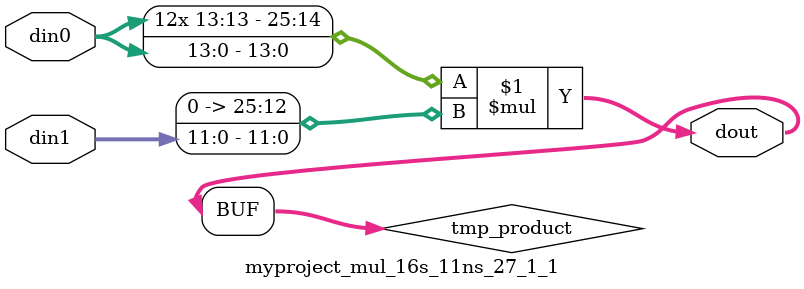
<source format=v>

`timescale 1 ns / 1 ps

  module myproject_mul_16s_11ns_27_1_1(din0, din1, dout);
parameter ID = 1;
parameter NUM_STAGE = 0;
parameter din0_WIDTH = 14;
parameter din1_WIDTH = 12;
parameter dout_WIDTH = 26;

input [din0_WIDTH - 1 : 0] din0; 
input [din1_WIDTH - 1 : 0] din1; 
output [dout_WIDTH - 1 : 0] dout;

wire signed [dout_WIDTH - 1 : 0] tmp_product;












assign tmp_product = $signed(din0) * $signed({1'b0, din1});









assign dout = tmp_product;







endmodule

</source>
